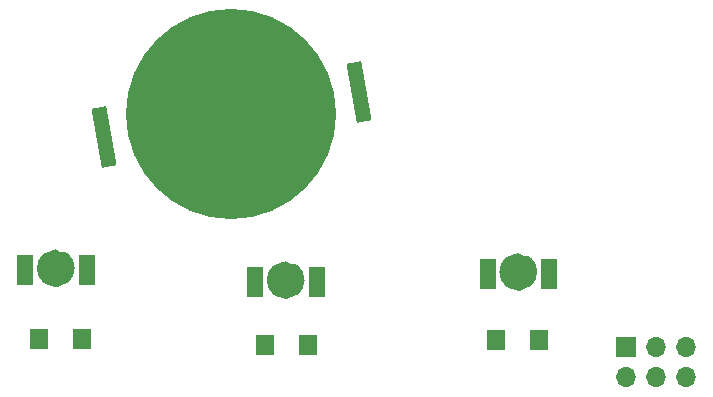
<source format=gbs>
%TF.GenerationSoftware,KiCad,Pcbnew,(6.0.4-0)*%
%TF.CreationDate,2022-07-01T13:06:00-04:00*%
%TF.ProjectId,sr-71,73722d37-312e-46b6-9963-61645f706362,rev?*%
%TF.SameCoordinates,Original*%
%TF.FileFunction,Soldermask,Bot*%
%TF.FilePolarity,Negative*%
%FSLAX46Y46*%
G04 Gerber Fmt 4.6, Leading zero omitted, Abs format (unit mm)*
G04 Created by KiCad (PCBNEW (6.0.4-0)) date 2022-07-01 13:06:00*
%MOMM*%
%LPD*%
G01*
G04 APERTURE LIST*
G04 Aperture macros list*
%AMRotRect*
0 Rectangle, with rotation*
0 The origin of the aperture is its center*
0 $1 length*
0 $2 width*
0 $3 Rotation angle, in degrees counterclockwise*
0 Add horizontal line*
21,1,$1,$2,0,0,$3*%
G04 Aperture macros list end*
%ADD10C,1.600000*%
%ADD11R,1.400000X2.600000*%
%ADD12R,1.700000X1.700000*%
%ADD13O,1.700000X1.700000*%
%ADD14R,1.500000X1.800000*%
%ADD15RotRect,1.270000X5.080000X10.000000*%
%ADD16C,17.800000*%
G04 APERTURE END LIST*
D10*
X135465822Y-105564006D02*
G75*
G03*
X135465822Y-105564006I-800000J0D01*
G01*
X154927165Y-106567964D02*
G75*
G03*
X154927165Y-106567964I-800000J0D01*
G01*
X174620191Y-105872916D02*
G75*
G03*
X174620191Y-105872916I-800000J0D01*
G01*
D11*
X132081062Y-105706146D03*
X137281062Y-105706146D03*
X151542405Y-106710104D03*
X156742405Y-106710104D03*
X171235431Y-106015056D03*
X176435431Y-106015056D03*
D12*
X182946152Y-112274285D03*
D13*
X182946152Y-114814285D03*
X185486152Y-112274285D03*
X185486152Y-114814285D03*
X188026152Y-112274285D03*
X188026152Y-114814285D03*
D14*
X133280077Y-111575440D03*
X136880077Y-111575440D03*
X152408744Y-112077419D03*
X156008744Y-112077419D03*
X175547314Y-111614054D03*
X171947314Y-111614054D03*
D15*
X138724387Y-94439725D03*
X160360613Y-90624675D03*
D16*
X149542500Y-92532200D03*
M02*

</source>
